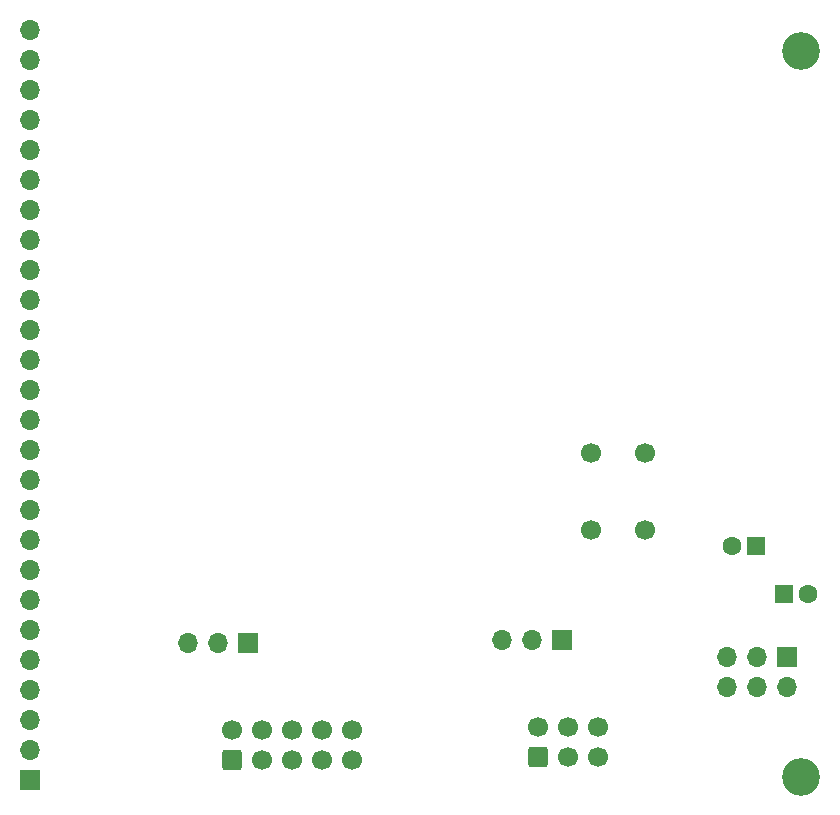
<source format=gbr>
%TF.GenerationSoftware,KiCad,Pcbnew,(6.0.0)*%
%TF.CreationDate,2022-01-24T17:46:17-05:00*%
%TF.ProjectId,esp32 breakout2,65737033-3220-4627-9265-616b6f757432,rev?*%
%TF.SameCoordinates,Original*%
%TF.FileFunction,Soldermask,Bot*%
%TF.FilePolarity,Negative*%
%FSLAX46Y46*%
G04 Gerber Fmt 4.6, Leading zero omitted, Abs format (unit mm)*
G04 Created by KiCad (PCBNEW (6.0.0)) date 2022-01-24 17:46:17*
%MOMM*%
%LPD*%
G01*
G04 APERTURE LIST*
G04 Aperture macros list*
%AMRoundRect*
0 Rectangle with rounded corners*
0 $1 Rounding radius*
0 $2 $3 $4 $5 $6 $7 $8 $9 X,Y pos of 4 corners*
0 Add a 4 corners polygon primitive as box body*
4,1,4,$2,$3,$4,$5,$6,$7,$8,$9,$2,$3,0*
0 Add four circle primitives for the rounded corners*
1,1,$1+$1,$2,$3*
1,1,$1+$1,$4,$5*
1,1,$1+$1,$6,$7*
1,1,$1+$1,$8,$9*
0 Add four rect primitives between the rounded corners*
20,1,$1+$1,$2,$3,$4,$5,0*
20,1,$1+$1,$4,$5,$6,$7,0*
20,1,$1+$1,$6,$7,$8,$9,0*
20,1,$1+$1,$8,$9,$2,$3,0*%
G04 Aperture macros list end*
%ADD10R,1.700000X1.700000*%
%ADD11O,1.700000X1.700000*%
%ADD12RoundRect,0.250000X0.600000X-0.600000X0.600000X0.600000X-0.600000X0.600000X-0.600000X-0.600000X0*%
%ADD13C,1.700000*%
%ADD14C,3.200000*%
%ADD15R,1.600000X1.600000*%
%ADD16C,1.600000*%
G04 APERTURE END LIST*
D10*
%TO.C,J1*%
X142621000Y-104521000D03*
D11*
X140081000Y-104521000D03*
X137541000Y-104521000D03*
%TD*%
D12*
%TO.C,J4*%
X141346000Y-114417500D03*
D13*
X141346000Y-111877500D03*
X143886000Y-114417500D03*
X143886000Y-111877500D03*
X146426000Y-114417500D03*
X146426000Y-111877500D03*
X148966000Y-114417500D03*
X148966000Y-111877500D03*
X151506000Y-114417500D03*
X151506000Y-111877500D03*
%TD*%
D14*
%TO.C,H2*%
X189484000Y-115824000D03*
%TD*%
%TO.C,H1*%
X189484000Y-54356000D03*
%TD*%
D15*
%TO.C,C4*%
X185674000Y-96266000D03*
D16*
X183674000Y-96266000D03*
%TD*%
D10*
%TO.C,J3*%
X188259888Y-105659000D03*
D11*
X188259888Y-108199000D03*
X185719888Y-105659000D03*
X185719888Y-108199000D03*
X183179888Y-105659000D03*
X183179888Y-108199000D03*
%TD*%
D15*
%TO.C,C3*%
X188081775Y-100330000D03*
D16*
X190081775Y-100330000D03*
%TD*%
D12*
%TO.C,J5*%
X167254000Y-114163500D03*
D13*
X167254000Y-111623500D03*
X169794000Y-114163500D03*
X169794000Y-111623500D03*
X172334000Y-114163500D03*
X172334000Y-111623500D03*
%TD*%
D10*
%TO.C,J2*%
X169276000Y-104267000D03*
D11*
X166736000Y-104267000D03*
X164196000Y-104267000D03*
%TD*%
D13*
%TO.C,SW1*%
X176240000Y-88444000D03*
X176240000Y-94944000D03*
X171740000Y-88444000D03*
X171740000Y-94944000D03*
%TD*%
D10*
%TO.C,J6*%
X124206000Y-116078000D03*
D11*
X124206000Y-113538000D03*
X124206000Y-110998000D03*
X124206000Y-108458000D03*
X124206000Y-105918000D03*
X124206000Y-103378000D03*
X124206000Y-100838000D03*
X124206000Y-98298000D03*
X124206000Y-95758000D03*
X124206000Y-93218000D03*
X124206000Y-90678000D03*
X124206000Y-88138000D03*
X124206000Y-85598000D03*
X124206000Y-83058000D03*
X124206000Y-80518000D03*
X124206000Y-77978000D03*
X124206000Y-75438000D03*
X124206000Y-72898000D03*
X124206000Y-70358000D03*
X124206000Y-67818000D03*
X124206000Y-65278000D03*
X124206000Y-62738000D03*
X124206000Y-60198000D03*
X124206000Y-57658000D03*
X124206000Y-55118000D03*
X124206000Y-52578000D03*
%TD*%
M02*

</source>
